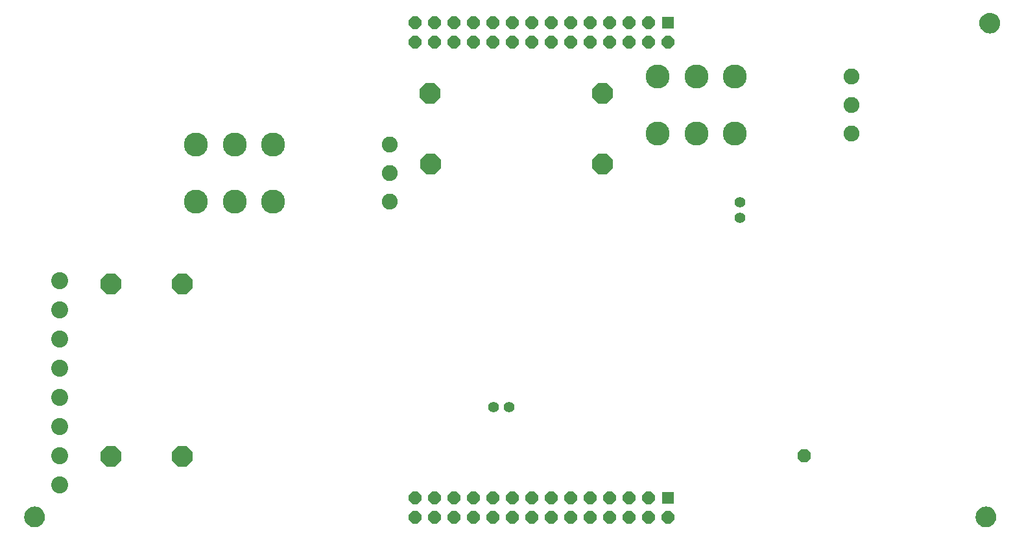
<source format=gbs>
G75*
%MOIN*%
%OFA0B0*%
%FSLAX25Y25*%
%IPPOS*%
%LPD*%
%AMOC8*
5,1,8,0,0,1.08239X$1,22.5*
%
%ADD10R,0.06406X0.06406*%
%ADD11OC8,0.06406*%
%ADD12C,0.08768*%
%ADD13C,0.00500*%
%ADD14OC8,0.06996*%
%ADD15OC8,0.10500*%
%ADD16C,0.12311*%
%ADD17C,0.08177*%
%ADD18C,0.05500*%
D10*
X0345473Y0038461D03*
X0345473Y0282713D03*
D11*
X0335473Y0282713D03*
X0325473Y0282713D03*
X0315473Y0282713D03*
X0305473Y0282713D03*
X0295473Y0282713D03*
X0285473Y0282713D03*
X0275473Y0282713D03*
X0265473Y0282713D03*
X0255473Y0282713D03*
X0245473Y0282713D03*
X0235473Y0282713D03*
X0225473Y0282713D03*
X0215473Y0282713D03*
X0215473Y0272713D03*
X0225473Y0272713D03*
X0235473Y0272713D03*
X0245473Y0272713D03*
X0255473Y0272713D03*
X0265473Y0272713D03*
X0275473Y0272713D03*
X0285473Y0272713D03*
X0295473Y0272713D03*
X0305473Y0272713D03*
X0315473Y0272713D03*
X0325473Y0272713D03*
X0335473Y0272713D03*
X0345473Y0272713D03*
X0335473Y0038461D03*
X0325473Y0038461D03*
X0315473Y0038461D03*
X0305473Y0038461D03*
X0295473Y0038461D03*
X0285473Y0038461D03*
X0275473Y0038461D03*
X0265473Y0038461D03*
X0255473Y0038461D03*
X0245473Y0038461D03*
X0235473Y0038461D03*
X0225473Y0038461D03*
X0215473Y0038461D03*
X0215473Y0028461D03*
X0225473Y0028461D03*
X0235473Y0028461D03*
X0245473Y0028461D03*
X0255473Y0028461D03*
X0265473Y0028461D03*
X0275473Y0028461D03*
X0285473Y0028461D03*
X0295473Y0028461D03*
X0305473Y0028461D03*
X0315473Y0028461D03*
X0325473Y0028461D03*
X0335473Y0028461D03*
X0345473Y0028461D03*
D12*
X0032796Y0045016D03*
X0032796Y0060016D03*
X0032796Y0075016D03*
X0032796Y0090016D03*
X0032796Y0105016D03*
X0032796Y0120016D03*
X0032796Y0135016D03*
X0032796Y0150016D03*
D13*
X0016590Y0024788D02*
X0017304Y0024288D01*
X0018094Y0023920D01*
X0018936Y0023694D01*
X0019804Y0023618D01*
X0020672Y0023694D01*
X0021514Y0023920D01*
X0022304Y0024288D01*
X0023018Y0024788D01*
X0023634Y0025404D01*
X0024134Y0026118D01*
X0024502Y0026908D01*
X0024728Y0027750D01*
X0024804Y0028618D01*
X0024728Y0029486D01*
X0024502Y0030328D01*
X0024134Y0031118D01*
X0023634Y0031832D01*
X0023018Y0032448D01*
X0022304Y0032948D01*
X0021514Y0033317D01*
X0020672Y0033542D01*
X0019804Y0033618D01*
X0018936Y0033542D01*
X0018094Y0033317D01*
X0017304Y0032948D01*
X0016590Y0032448D01*
X0015974Y0031832D01*
X0015474Y0031118D01*
X0015105Y0030328D01*
X0014880Y0029486D01*
X0014804Y0028618D01*
X0014880Y0027750D01*
X0015105Y0026908D01*
X0015474Y0026118D01*
X0015974Y0025404D01*
X0016590Y0024788D01*
X0016743Y0024681D02*
X0022865Y0024681D01*
X0023410Y0025180D02*
X0016198Y0025180D01*
X0015782Y0025678D02*
X0023826Y0025678D01*
X0024161Y0026177D02*
X0015447Y0026177D01*
X0015214Y0026675D02*
X0024394Y0026675D01*
X0024574Y0027174D02*
X0015034Y0027174D01*
X0014901Y0027672D02*
X0024707Y0027672D01*
X0024765Y0028171D02*
X0014843Y0028171D01*
X0014808Y0028669D02*
X0024799Y0028669D01*
X0024756Y0029168D02*
X0014852Y0029168D01*
X0014928Y0029666D02*
X0024680Y0029666D01*
X0024546Y0030165D02*
X0015062Y0030165D01*
X0015262Y0030663D02*
X0024346Y0030663D01*
X0024104Y0031162D02*
X0015504Y0031162D01*
X0015853Y0031660D02*
X0023754Y0031660D01*
X0023307Y0032159D02*
X0016300Y0032159D01*
X0016888Y0032657D02*
X0022719Y0032657D01*
X0021859Y0033156D02*
X0017749Y0033156D01*
X0017530Y0024183D02*
X0022078Y0024183D01*
X0020558Y0023684D02*
X0019050Y0023684D01*
X0503780Y0028618D02*
X0503856Y0029486D01*
X0504082Y0030328D01*
X0504450Y0031118D01*
X0504950Y0031832D01*
X0505566Y0032448D01*
X0506280Y0032948D01*
X0507070Y0033317D01*
X0507912Y0033542D01*
X0508780Y0033618D01*
X0509649Y0033542D01*
X0510490Y0033317D01*
X0511280Y0032948D01*
X0511994Y0032448D01*
X0512611Y0031832D01*
X0513110Y0031118D01*
X0513479Y0030328D01*
X0513704Y0029486D01*
X0513780Y0028618D01*
X0513704Y0027750D01*
X0513479Y0026908D01*
X0513110Y0026118D01*
X0512611Y0025404D01*
X0511994Y0024788D01*
X0511280Y0024288D01*
X0510490Y0023920D01*
X0509649Y0023694D01*
X0508780Y0023618D01*
X0507912Y0023694D01*
X0507070Y0023920D01*
X0506280Y0024288D01*
X0505566Y0024788D01*
X0504950Y0025404D01*
X0504450Y0026118D01*
X0504082Y0026908D01*
X0503856Y0027750D01*
X0503780Y0028618D01*
X0503785Y0028669D02*
X0513776Y0028669D01*
X0513741Y0028171D02*
X0503819Y0028171D01*
X0503877Y0027672D02*
X0513684Y0027672D01*
X0513550Y0027174D02*
X0504011Y0027174D01*
X0504190Y0026675D02*
X0513370Y0026675D01*
X0513138Y0026177D02*
X0504423Y0026177D01*
X0504758Y0025678D02*
X0512802Y0025678D01*
X0512386Y0025180D02*
X0505175Y0025180D01*
X0505719Y0024681D02*
X0511842Y0024681D01*
X0511054Y0024183D02*
X0506506Y0024183D01*
X0508026Y0023684D02*
X0509534Y0023684D01*
X0513732Y0029168D02*
X0503828Y0029168D01*
X0503904Y0029666D02*
X0513656Y0029666D01*
X0513523Y0030165D02*
X0504038Y0030165D01*
X0504238Y0030663D02*
X0513323Y0030663D01*
X0513080Y0031162D02*
X0504481Y0031162D01*
X0504830Y0031660D02*
X0512731Y0031660D01*
X0512284Y0032159D02*
X0505277Y0032159D01*
X0505865Y0032657D02*
X0511696Y0032657D01*
X0510835Y0033156D02*
X0506725Y0033156D01*
X0510749Y0277555D02*
X0509881Y0277631D01*
X0509039Y0277857D01*
X0508249Y0278225D01*
X0507535Y0278725D01*
X0506919Y0279341D01*
X0506419Y0280055D01*
X0506050Y0280845D01*
X0505825Y0281687D01*
X0505749Y0282555D01*
X0505825Y0283423D01*
X0506050Y0284265D01*
X0506419Y0285055D01*
X0506919Y0285769D01*
X0507535Y0286385D01*
X0508249Y0286885D01*
X0509039Y0287254D01*
X0509881Y0287479D01*
X0510749Y0287555D01*
X0511617Y0287479D01*
X0512459Y0287254D01*
X0513249Y0286885D01*
X0513963Y0286385D01*
X0514579Y0285769D01*
X0515079Y0285055D01*
X0515447Y0284265D01*
X0515673Y0283423D01*
X0515749Y0282555D01*
X0515673Y0281687D01*
X0515447Y0280845D01*
X0515079Y0280055D01*
X0514579Y0279341D01*
X0513963Y0278725D01*
X0513249Y0278225D01*
X0512459Y0277857D01*
X0511617Y0277631D01*
X0510749Y0277555D01*
X0512605Y0277925D02*
X0508892Y0277925D01*
X0507966Y0278423D02*
X0513532Y0278423D01*
X0514160Y0278922D02*
X0507338Y0278922D01*
X0506863Y0279420D02*
X0514635Y0279420D01*
X0514984Y0279919D02*
X0506514Y0279919D01*
X0506250Y0280417D02*
X0515248Y0280417D01*
X0515466Y0280916D02*
X0506031Y0280916D01*
X0505898Y0281414D02*
X0515600Y0281414D01*
X0515693Y0281913D02*
X0505805Y0281913D01*
X0505761Y0282411D02*
X0515736Y0282411D01*
X0515718Y0282910D02*
X0505780Y0282910D01*
X0505823Y0283408D02*
X0515674Y0283408D01*
X0515543Y0283907D02*
X0505954Y0283907D01*
X0506116Y0284405D02*
X0515382Y0284405D01*
X0515149Y0284904D02*
X0506348Y0284904D01*
X0506662Y0285403D02*
X0514836Y0285403D01*
X0514447Y0285901D02*
X0507051Y0285901D01*
X0507555Y0286400D02*
X0513942Y0286400D01*
X0513221Y0286898D02*
X0508276Y0286898D01*
X0509572Y0287397D02*
X0511925Y0287397D01*
D14*
X0415499Y0060031D03*
D15*
X0311790Y0209931D03*
X0311740Y0246481D03*
X0223157Y0246481D03*
X0223207Y0209931D03*
X0095699Y0148422D03*
X0059099Y0148422D03*
X0059099Y0059840D03*
X0095699Y0059840D03*
D16*
X0102735Y0190617D03*
X0122578Y0190617D03*
X0142420Y0190617D03*
X0142420Y0220145D03*
X0122578Y0220145D03*
X0102735Y0220145D03*
X0340035Y0225717D03*
X0359878Y0225717D03*
X0379720Y0225717D03*
X0379720Y0255245D03*
X0359878Y0255245D03*
X0340035Y0255245D03*
D17*
X0439799Y0255245D03*
X0439799Y0240481D03*
X0439799Y0225717D03*
X0202499Y0220145D03*
X0202499Y0205381D03*
X0202499Y0190617D03*
D18*
X0382299Y0190368D03*
X0382299Y0182494D03*
X0263636Y0084981D03*
X0255762Y0084981D03*
M02*

</source>
